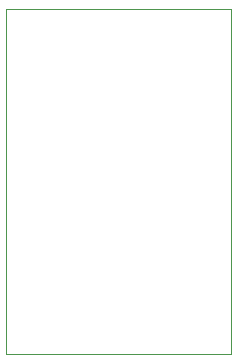
<source format=gbr>
G04 #@! TF.FileFunction,Profile,NP*
%FSLAX46Y46*%
G04 Gerber Fmt 4.6, Leading zero omitted, Abs format (unit mm)*
G04 Created by KiCad (PCBNEW no-vcs-found-product) date Sat 25 Jul 2015 04:50:57 PM PDT*
%MOMM*%
G01*
G04 APERTURE LIST*
%ADD10C,0.100000*%
G04 APERTURE END LIST*
D10*
X150495000Y-88011000D02*
X150495000Y-117221000D01*
X131445000Y-88011000D02*
X131445000Y-117221000D01*
X150495000Y-117221000D02*
X131445000Y-117221000D01*
X131445000Y-88011000D02*
X150495000Y-88011000D01*
M02*

</source>
